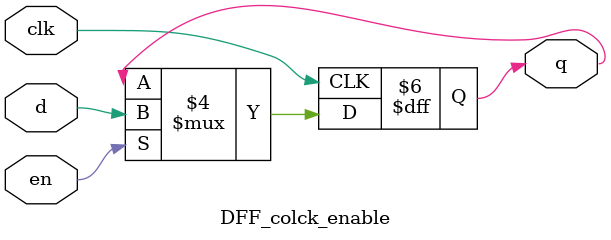
<source format=v>




module DFF_clock_enable_16(a,clk,en,y);
	
	parameter N = 4;
	input [(2**N)-1:0] a;
	input clk,en;
	output[(2**N)-1:0] y;
	
	 
	DFF_colck_enable d1(a[0],clk,en,y[0]);
	DFF_colck_enable d2(a[1],clk,en,y[1]);
	DFF_colck_enable d3(a[2],clk,en,y[2]);
	DFF_colck_enable d4(a[3],clk,en,y[3]);
	DFF_colck_enable d5(a[4],clk,en,y[4]);
	DFF_colck_enable d6(a[5],clk,en,y[5]);
	DFF_colck_enable d7(a[6],clk,en,y[6]);
	DFF_colck_enable d8(a[7],clk,en,y[7]);
	DFF_colck_enable d9(a[8],clk,en,y[8]);
	DFF_colck_enable d10(a[9],clk,en,y[9]);
	DFF_colck_enable d11(a[10],clk,en,y[10]);
	DFF_colck_enable d12(a[11],clk,en,y[11]);
	DFF_colck_enable d13(a[12],clk,en,y[12]);
	DFF_colck_enable d14(a[13],clk,en,y[13]);
	DFF_colck_enable d15(a[14],clk,en,y[14]);
	DFF_colck_enable d16(a[15],clk,en,y[15]);

endmodule

module DFF_colck_enable(d,clk,en,q);

	input d,clk,en;

	output reg q;
	
	initial begin
		q = 0;
	end
	
	always @(posedge clk) begin
		 if (en) begin
			  q <=d;
		 end
		 else begin
			  q <=q;
		 end
	end
endmodule

</source>
